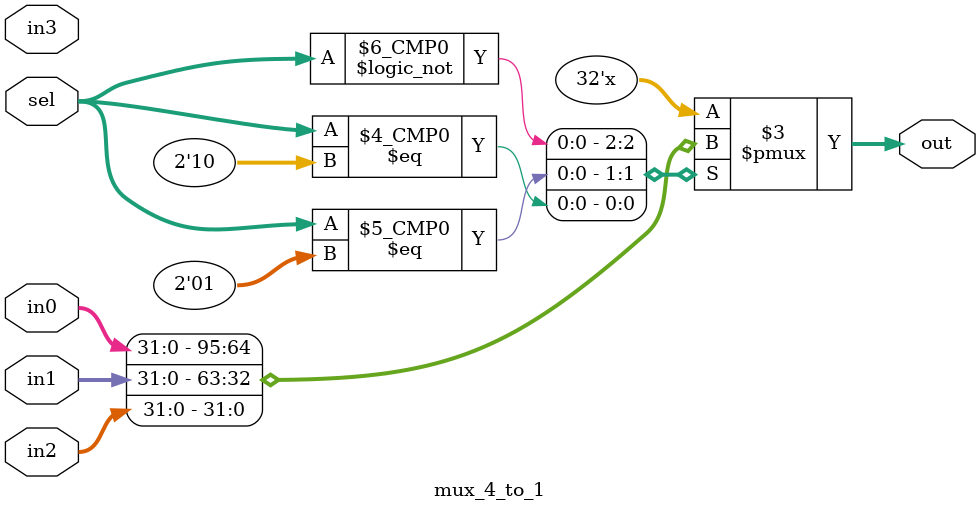
<source format=v>
`timescale 1ns / 1ps


module mux_4_to_1(
    input [31:0] in0,
    input [31:0] in1,
    input [31:0] in2,
    input [31:0] in3,
    input [1:0] sel,
    output reg [31:0] out
    );
    
    always @(sel or in0 or in1 or in2) begin
        case (sel)
            0: out = in0;
            1: out = in1;
            2: out = in2;
        endcase
    end
    
endmodule

</source>
